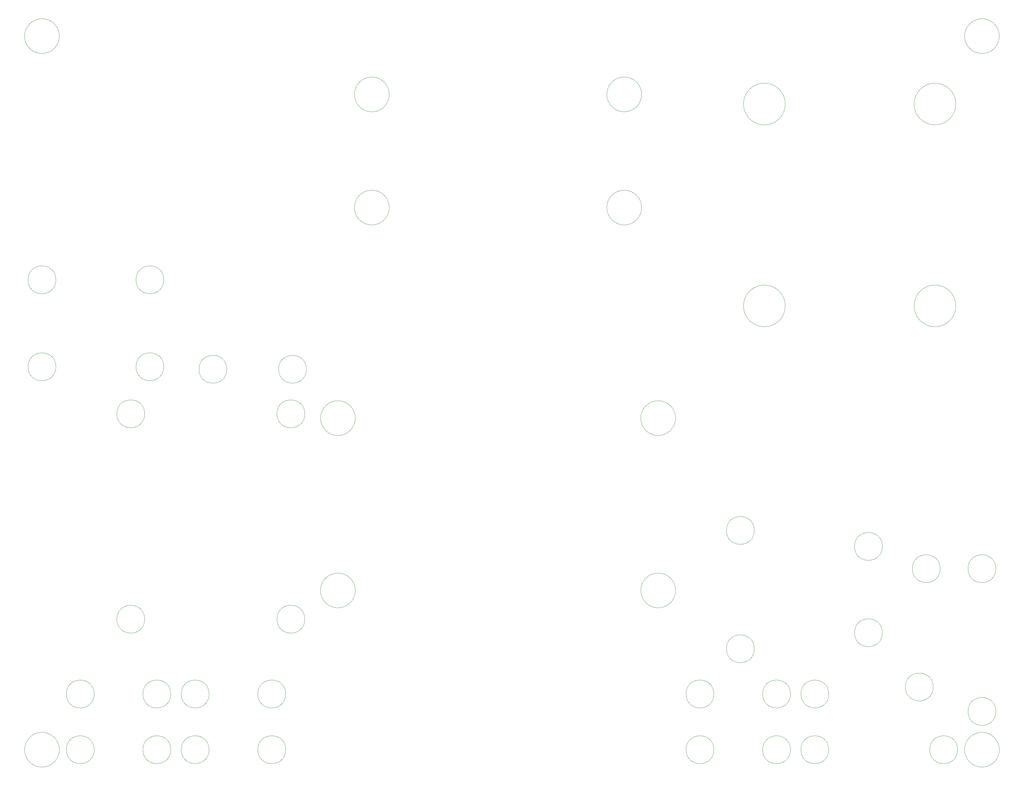
<source format=gbo>
G04*
G04 #@! TF.GenerationSoftware,Altium Limited,Altium Designer,22.6.1 (34)*
G04*
G04 Layer_Color=32896*
%FSLAX24Y24*%
%MOIN*%
G70*
G04*
G04 #@! TF.SameCoordinates,79B60451-B8A2-4DAA-8F8F-2CF346638848*
G04*
G04*
G04 #@! TF.FilePolarity,Positive*
G04*
G01*
G75*
%ADD10C,0.0039*%
D10*
X110236Y1969D02*
G03*
X110236Y1969I-1969J0D01*
G01*
Y82677D02*
G03*
X110236Y82677I-1969J0D01*
G01*
X3937D02*
G03*
X3937Y82677I-1969J0D01*
G01*
Y1969D02*
G03*
X3937Y1969I-1969J0D01*
G01*
X82520Y13386D02*
G03*
X82520Y13386I-1575J0D01*
G01*
Y26772D02*
G03*
X82520Y26772I-1575J0D01*
G01*
X97008Y24961D02*
G03*
X97008Y24961I-1575J0D01*
G01*
Y15197D02*
G03*
X97008Y15197I-1575J0D01*
G01*
X69783Y76083D02*
G03*
X69783Y76083I-1969J0D01*
G01*
Y63287D02*
G03*
X69783Y63287I-1969J0D01*
G01*
X41240Y76083D02*
G03*
X41240Y76083I-1969J0D01*
G01*
Y63287D02*
G03*
X41240Y63287I-1969J0D01*
G01*
X22875Y45000D02*
G03*
X22875Y45000I-1575J0D01*
G01*
X31875D02*
G03*
X31875Y45000I-1575J0D01*
G01*
X15748Y45276D02*
G03*
X15748Y45276I-1575J0D01*
G01*
X3543D02*
G03*
X3543Y45276I-1575J0D01*
G01*
Y55118D02*
G03*
X3543Y55118I-1575J0D01*
G01*
X15748D02*
G03*
X15748Y55118I-1575J0D01*
G01*
X73622Y19980D02*
G03*
X73622Y19980I-1969J0D01*
G01*
X37402D02*
G03*
X37402Y19980I-1969J0D01*
G01*
X73622Y39469D02*
G03*
X73622Y39469I-1969J0D01*
G01*
X37402D02*
G03*
X37402Y39469I-1969J0D01*
G01*
X31693Y39961D02*
G03*
X31693Y39961I-1575J0D01*
G01*
X13583Y16732D02*
G03*
X13583Y16732I-1575J0D01*
G01*
X13583Y39961D02*
G03*
X13583Y39961I-1575J0D01*
G01*
X31693Y16732D02*
G03*
X31693Y16732I-1575J0D01*
G01*
X29528Y1969D02*
G03*
X29528Y1969I-1575J0D01*
G01*
Y8268D02*
G03*
X29528Y8268I-1575J0D01*
G01*
X20866D02*
G03*
X20866Y8268I-1575J0D01*
G01*
Y1969D02*
G03*
X20866Y1969I-1575J0D01*
G01*
X7874Y8268D02*
G03*
X7874Y8268I-1575J0D01*
G01*
Y1969D02*
G03*
X7874Y1969I-1575J0D01*
G01*
X16535D02*
G03*
X16535Y1969I-1575J0D01*
G01*
Y8268D02*
G03*
X16535Y8268I-1575J0D01*
G01*
X109843Y6299D02*
G03*
X109843Y6299I-1575J0D01*
G01*
X102756Y9055D02*
G03*
X102756Y9055I-1575J0D01*
G01*
X109843Y22441D02*
G03*
X109843Y22441I-1575J0D01*
G01*
X103543D02*
G03*
X103543Y22441I-1575J0D01*
G01*
X86614Y1969D02*
G03*
X86614Y1969I-1575J0D01*
G01*
X77953D02*
G03*
X77953Y1969I-1575J0D01*
G01*
X105512D02*
G03*
X105512Y1969I-1575J0D01*
G01*
X90945Y8268D02*
G03*
X90945Y8268I-1575J0D01*
G01*
Y1969D02*
G03*
X90945Y1969I-1575J0D01*
G01*
X86614Y8268D02*
G03*
X86614Y8268I-1575J0D01*
G01*
X77953D02*
G03*
X77953Y8268I-1575J0D01*
G01*
X86024Y75000D02*
G03*
X86024Y75000I-2362J0D01*
G01*
X105315D02*
G03*
X105315Y75000I-2362J0D01*
G01*
Y52165D02*
G03*
X105315Y52165I-2362J0D01*
G01*
X86024D02*
G03*
X86024Y52165I-2362J0D01*
G01*
M02*

</source>
